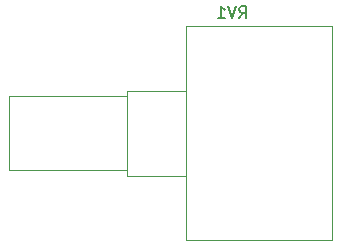
<source format=gbr>
%TF.GenerationSoftware,KiCad,Pcbnew,(6.0.9-0)*%
%TF.CreationDate,2022-12-01T16:18:30+01:00*%
%TF.ProjectId,Hlabs motor cotrol,486c6162-7320-46d6-9f74-6f7220636f74,rev?*%
%TF.SameCoordinates,Original*%
%TF.FileFunction,Legend,Bot*%
%TF.FilePolarity,Positive*%
%FSLAX46Y46*%
G04 Gerber Fmt 4.6, Leading zero omitted, Abs format (unit mm)*
G04 Created by KiCad (PCBNEW (6.0.9-0)) date 2022-12-01 16:18:30*
%MOMM*%
%LPD*%
G01*
G04 APERTURE LIST*
G04 Aperture macros list*
%AMRoundRect*
0 Rectangle with rounded corners*
0 $1 Rounding radius*
0 $2 $3 $4 $5 $6 $7 $8 $9 X,Y pos of 4 corners*
0 Add a 4 corners polygon primitive as box body*
4,1,4,$2,$3,$4,$5,$6,$7,$8,$9,$2,$3,0*
0 Add four circle primitives for the rounded corners*
1,1,$1+$1,$2,$3*
1,1,$1+$1,$4,$5*
1,1,$1+$1,$6,$7*
1,1,$1+$1,$8,$9*
0 Add four rect primitives between the rounded corners*
20,1,$1+$1,$2,$3,$4,$5,0*
20,1,$1+$1,$4,$5,$6,$7,0*
20,1,$1+$1,$6,$7,$8,$9,0*
20,1,$1+$1,$8,$9,$2,$3,0*%
G04 Aperture macros list end*
%ADD10C,0.150000*%
%ADD11C,0.120000*%
%ADD12C,0.508000*%
%ADD13RoundRect,0.250000X0.600000X-0.600000X0.600000X0.600000X-0.600000X0.600000X-0.600000X-0.600000X0*%
%ADD14C,1.700000*%
%ADD15C,0.770000*%
%ADD16R,3.000000X3.000000*%
%ADD17C,3.000000*%
%ADD18RoundRect,0.625000X-0.625000X1.625000X-0.625000X-1.625000X0.625000X-1.625000X0.625000X1.625000X0*%
G04 APERTURE END LIST*
D10*
%TO.C,RV1*%
X80095237Y-119252381D02*
X80428570Y-118776191D01*
X80666665Y-119252381D02*
X80666665Y-118252381D01*
X80285713Y-118252381D01*
X80190475Y-118300001D01*
X80142856Y-118347620D01*
X80095237Y-118442858D01*
X80095237Y-118585715D01*
X80142856Y-118680953D01*
X80190475Y-118728572D01*
X80285713Y-118776191D01*
X80666665Y-118776191D01*
X79809522Y-118252381D02*
X79476189Y-119252381D01*
X79142856Y-118252381D01*
X78285713Y-119252381D02*
X78857141Y-119252381D01*
X78571427Y-119252381D02*
X78571427Y-118252381D01*
X78666665Y-118395239D01*
X78761903Y-118490477D01*
X78857141Y-118538096D01*
D11*
X75580000Y-132620000D02*
X70580000Y-132620000D01*
X87920000Y-138070000D02*
X75580000Y-138070000D01*
X60580000Y-125880000D02*
X60580000Y-132120000D01*
X75580000Y-125380000D02*
X70580000Y-125380000D01*
X75580000Y-119930000D02*
X75580000Y-138070000D01*
X70580000Y-125880000D02*
X60580000Y-125880000D01*
X87920000Y-119930000D02*
X87920000Y-138070000D01*
X70580000Y-132120000D02*
X60580000Y-132120000D01*
X70580000Y-125380000D02*
X70580000Y-132620000D01*
X87920000Y-119930000D02*
X75580000Y-119930000D01*
%TD*%
%LPC*%
D12*
%TO.C,U1*%
X112969237Y-124840783D03*
X113756637Y-125628183D03*
X112969237Y-125628183D03*
X113756637Y-124840783D03*
%TD*%
D13*
%TO.C,J1*%
X107940000Y-137252500D03*
D14*
X107940000Y-134712500D03*
X110480000Y-137252500D03*
X110480000Y-134712500D03*
X113020000Y-137252500D03*
X113020000Y-134712500D03*
X115560000Y-137252500D03*
X115560000Y-134712500D03*
%TD*%
D15*
%TO.C,U2*%
X90000000Y-128900000D03*
X88700000Y-128900000D03*
X91300000Y-127600000D03*
X88700000Y-127600000D03*
X90000000Y-127600000D03*
X91300000Y-128900000D03*
%TD*%
D16*
%TO.C,RV1*%
X79500000Y-134000000D03*
D17*
X79500000Y-129000000D03*
X79500000Y-124000000D03*
X84500000Y-134000000D03*
X84500000Y-129000000D03*
X84500000Y-124000000D03*
D18*
X98530000Y-119350000D03*
X98510000Y-134570000D03*
D17*
X119660000Y-124680000D03*
X119620000Y-134080000D03*
%TD*%
M02*

</source>
